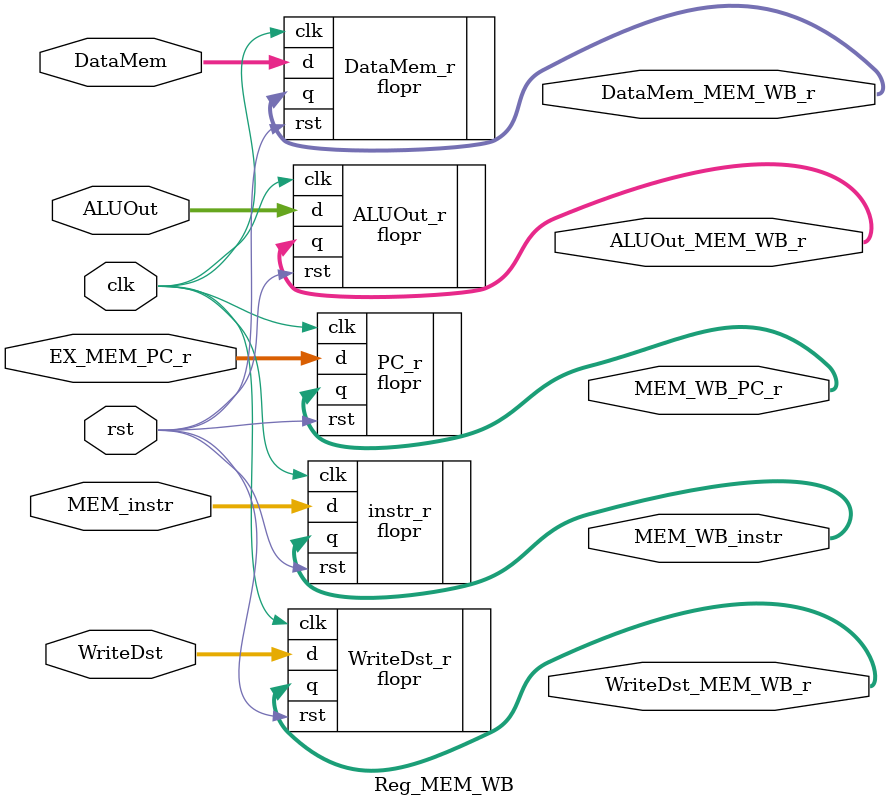
<source format=v>
`include "flopr.v";
module Reg_MEM_WB ( clk, rst,
	MEM_instr, MEM_WB_instr,
	DataMem, DataMem_MEM_WB_r,
	ALUOut, ALUOut_MEM_WB_r,
	WriteDst, WriteDst_MEM_WB_r,
	EX_MEM_PC_r, MEM_WB_PC_r
	);

	input	clk, rst;
	input	[31:0]	MEM_instr;
	input	[31:0]	DataMem;
	input	[31:0]	ALUOut;
	input	[4:0]	WriteDst;
	input	[29:0]	EX_MEM_PC_r;

	output	[31:0]	MEM_WB_instr;
	output	[31:0]	DataMem_MEM_WB_r;
	output	[31:0]	ALUOut_MEM_WB_r;
	output	[4:0]	WriteDst_MEM_WB_r;
	output	[29:0]	MEM_WB_PC_r;

	/*
	flopr #(.WIDTH(32))	PC_Add_r(
		.clk(clk), .rst(rst), .d(EX_MEM_PC_Add_r), .q(MEM_WB_PC_Add_r)
	);*/
	
	flopr #(.WIDTH(32)) instr_r(
		.clk(clk), .rst(rst), .d(MEM_instr), .q(MEM_WB_instr)
	);
	
	flopr #(.WIDTH(32))	DataMem_r(
		.clk(clk), .rst(rst), .d(DataMem), .q(DataMem_MEM_WB_r)
	);

	flopr #(.WIDTH(32))	ALUOut_r(
		.clk(clk), .rst(rst), .d(ALUOut), .q(ALUOut_MEM_WB_r)
	);

	flopr #(.WIDTH(5))	WriteDst_r(
		.clk(clk), .rst(rst), .d(WriteDst), .q(WriteDst_MEM_WB_r)
	);

	flopr #(.WIDTH(30)) PC_r (
		.clk(clk), .rst(rst), .d(EX_MEM_PC_r), .q(MEM_WB_PC_r)
	);

	endmodule

</source>
